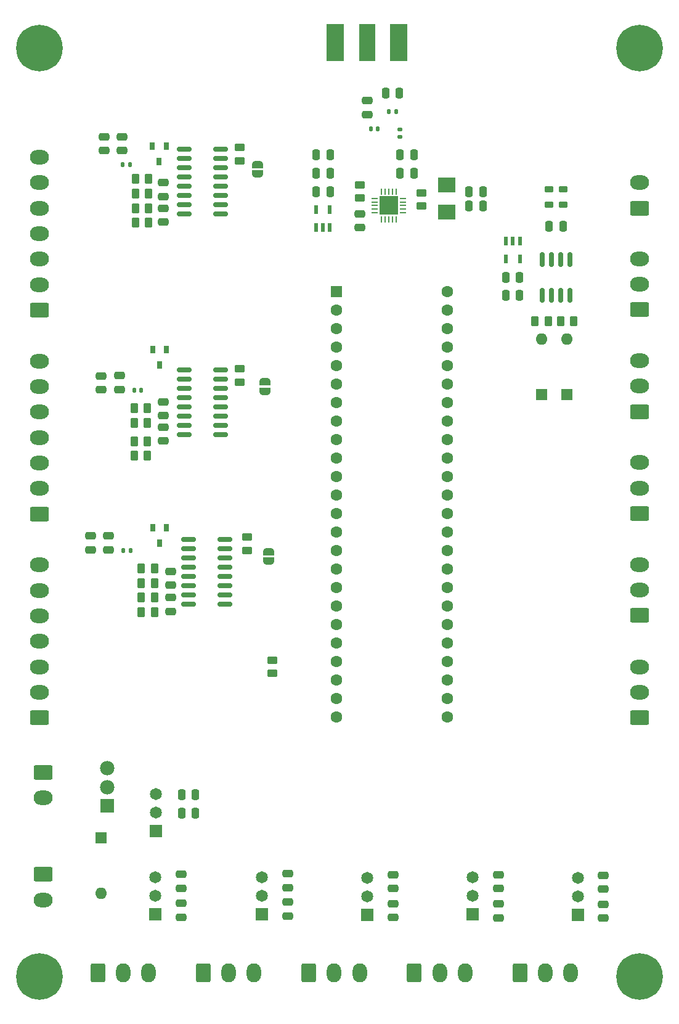
<source format=gbr>
%TF.GenerationSoftware,KiCad,Pcbnew,7.0.9*%
%TF.CreationDate,2024-08-13T23:39:12-05:00*%
%TF.ProjectId,TestStand,54657374-5374-4616-9e64-2e6b69636164,rev?*%
%TF.SameCoordinates,Original*%
%TF.FileFunction,Soldermask,Top*%
%TF.FilePolarity,Negative*%
%FSLAX46Y46*%
G04 Gerber Fmt 4.6, Leading zero omitted, Abs format (unit mm)*
G04 Created by KiCad (PCBNEW 7.0.9) date 2024-08-13 23:39:12*
%MOMM*%
%LPD*%
G01*
G04 APERTURE LIST*
G04 Aperture macros list*
%AMRoundRect*
0 Rectangle with rounded corners*
0 $1 Rounding radius*
0 $2 $3 $4 $5 $6 $7 $8 $9 X,Y pos of 4 corners*
0 Add a 4 corners polygon primitive as box body*
4,1,4,$2,$3,$4,$5,$6,$7,$8,$9,$2,$3,0*
0 Add four circle primitives for the rounded corners*
1,1,$1+$1,$2,$3*
1,1,$1+$1,$4,$5*
1,1,$1+$1,$6,$7*
1,1,$1+$1,$8,$9*
0 Add four rect primitives between the rounded corners*
20,1,$1+$1,$2,$3,$4,$5,0*
20,1,$1+$1,$4,$5,$6,$7,0*
20,1,$1+$1,$6,$7,$8,$9,0*
20,1,$1+$1,$8,$9,$2,$3,0*%
%AMFreePoly0*
4,1,19,0.500000,-0.750000,0.000000,-0.750000,0.000000,-0.744911,-0.071157,-0.744911,-0.207708,-0.704816,-0.327430,-0.627875,-0.420627,-0.520320,-0.479746,-0.390866,-0.500000,-0.250000,-0.500000,0.250000,-0.479746,0.390866,-0.420627,0.520320,-0.327430,0.627875,-0.207708,0.704816,-0.071157,0.744911,0.000000,0.744911,0.000000,0.750000,0.500000,0.750000,0.500000,-0.750000,0.500000,-0.750000,
$1*%
%AMFreePoly1*
4,1,19,0.000000,0.744911,0.071157,0.744911,0.207708,0.704816,0.327430,0.627875,0.420627,0.520320,0.479746,0.390866,0.500000,0.250000,0.500000,-0.250000,0.479746,-0.390866,0.420627,-0.520320,0.327430,-0.627875,0.207708,-0.704816,0.071157,-0.744911,0.000000,-0.744911,0.000000,-0.750000,-0.500000,-0.750000,-0.500000,0.750000,0.000000,0.750000,0.000000,0.744911,0.000000,0.744911,
$1*%
G04 Aperture macros list end*
%ADD10RoundRect,0.147500X0.147500X0.172500X-0.147500X0.172500X-0.147500X-0.172500X0.147500X-0.172500X0*%
%ADD11RoundRect,0.147500X0.172500X-0.147500X0.172500X0.147500X-0.172500X0.147500X-0.172500X-0.147500X0*%
%ADD12RoundRect,0.147500X-0.147500X-0.172500X0.147500X-0.172500X0.147500X0.172500X-0.147500X0.172500X0*%
%ADD13R,2.400000X2.000000*%
%ADD14RoundRect,0.250000X0.475000X-0.250000X0.475000X0.250000X-0.475000X0.250000X-0.475000X-0.250000X0*%
%ADD15RoundRect,0.250000X0.250000X0.475000X-0.250000X0.475000X-0.250000X-0.475000X0.250000X-0.475000X0*%
%ADD16R,0.558800X1.270000*%
%ADD17R,1.600000X1.600000*%
%ADD18O,1.600000X1.600000*%
%ADD19RoundRect,0.250000X-0.750000X-1.050000X0.750000X-1.050000X0.750000X1.050000X-0.750000X1.050000X0*%
%ADD20O,2.000000X2.600000*%
%ADD21RoundRect,0.250000X1.050000X-0.750000X1.050000X0.750000X-1.050000X0.750000X-1.050000X-0.750000X0*%
%ADD22O,2.600000X2.000000*%
%ADD23RoundRect,0.250000X-1.050000X0.750000X-1.050000X-0.750000X1.050000X-0.750000X1.050000X0.750000X0*%
%ADD24FreePoly0,90.000000*%
%ADD25FreePoly1,90.000000*%
%ADD26RoundRect,0.250000X-0.250000X-0.475000X0.250000X-0.475000X0.250000X0.475000X-0.250000X0.475000X0*%
%ADD27R,1.980000X1.980000*%
%ADD28C,1.980000*%
%ADD29RoundRect,0.250000X-0.262500X-0.450000X0.262500X-0.450000X0.262500X0.450000X-0.262500X0.450000X0*%
%ADD30R,0.650000X1.100000*%
%ADD31RoundRect,0.150000X-0.850000X-0.150000X0.850000X-0.150000X0.850000X0.150000X-0.850000X0.150000X0*%
%ADD32RoundRect,0.250000X0.262500X0.450000X-0.262500X0.450000X-0.262500X-0.450000X0.262500X-0.450000X0*%
%ADD33R,1.651000X1.651000*%
%ADD34C,1.651000*%
%ADD35RoundRect,0.250000X-0.450000X0.262500X-0.450000X-0.262500X0.450000X-0.262500X0.450000X0.262500X0*%
%ADD36RoundRect,0.250000X-0.475000X0.250000X-0.475000X-0.250000X0.475000X-0.250000X0.475000X0.250000X0*%
%ADD37RoundRect,0.250000X0.450000X-0.262500X0.450000X0.262500X-0.450000X0.262500X-0.450000X-0.262500X0*%
%ADD38C,6.400000*%
%ADD39C,1.600000*%
%ADD40R,2.290000X5.080000*%
%ADD41R,2.420000X5.080000*%
%ADD42RoundRect,0.218750X-0.381250X0.218750X-0.381250X-0.218750X0.381250X-0.218750X0.381250X0.218750X0*%
%ADD43RoundRect,0.062500X0.062500X-0.350000X0.062500X0.350000X-0.062500X0.350000X-0.062500X-0.350000X0*%
%ADD44RoundRect,0.062500X0.350000X-0.062500X0.350000X0.062500X-0.350000X0.062500X-0.350000X-0.062500X0*%
%ADD45R,2.500000X2.500000*%
%ADD46RoundRect,0.150000X-0.150000X0.825000X-0.150000X-0.825000X0.150000X-0.825000X0.150000X0.825000X0*%
G04 APERTURE END LIST*
D10*
%TO.C,L6*%
X73985000Y-79147500D03*
X73015000Y-79147500D03*
%TD*%
%TO.C,L5*%
X76485000Y-76710000D03*
X75515000Y-76710000D03*
%TD*%
D11*
%TO.C,L4*%
X77000000Y-80195000D03*
X77000000Y-79225000D03*
%TD*%
D12*
%TO.C,L3*%
X39015000Y-137000000D03*
X39985000Y-137000000D03*
%TD*%
%TO.C,L2*%
X40515000Y-115000000D03*
X41485000Y-115000000D03*
%TD*%
%TO.C,L1*%
X38952500Y-84000000D03*
X39922500Y-84000000D03*
%TD*%
D13*
%TO.C,Y1*%
X83500000Y-90560000D03*
X83500000Y-86860000D03*
%TD*%
D14*
%TO.C,C36*%
X105000000Y-187512900D03*
X105000000Y-185612900D03*
%TD*%
D15*
%TO.C,C27*%
X48950000Y-173080000D03*
X47050000Y-173080000D03*
%TD*%
D16*
%TO.C,U5*%
X93500000Y-94500000D03*
X92547500Y-94500000D03*
X91595000Y-94500000D03*
X91595000Y-96938400D03*
X93500000Y-96938400D03*
%TD*%
D17*
%TO.C,D1*%
X96500000Y-115620000D03*
D18*
X96500000Y-108000000D03*
%TD*%
D19*
%TO.C,J5*%
X50000000Y-195000000D03*
D20*
X53500000Y-195000000D03*
X57000000Y-195000000D03*
%TD*%
D21*
%TO.C,J12*%
X110000000Y-117950000D03*
D22*
X110000000Y-114450000D03*
X110000000Y-110950000D03*
%TD*%
D19*
%TO.C,J7*%
X79000000Y-195000000D03*
D20*
X82500000Y-195000000D03*
X86000000Y-195000000D03*
%TD*%
D23*
%TO.C,J17*%
X28000000Y-181500000D03*
D22*
X28000000Y-185000000D03*
%TD*%
D24*
%TO.C,JP3*%
X59000000Y-138500000D03*
D25*
X59000000Y-137200000D03*
%TD*%
D21*
%TO.C,J13*%
X110000000Y-103950000D03*
D22*
X110000000Y-100450000D03*
X110000000Y-96950000D03*
%TD*%
D26*
%TO.C,C19*%
X77050000Y-82710000D03*
X78950000Y-82710000D03*
%TD*%
D27*
%TO.C,IC1*%
X36770000Y-172050000D03*
D28*
X36770000Y-169500000D03*
X36770000Y-166950000D03*
%TD*%
D14*
%TO.C,C12*%
X45500000Y-141800000D03*
X45500000Y-139900000D03*
%TD*%
D29*
%TO.C,R2*%
X40675000Y-92000000D03*
X42500000Y-92000000D03*
%TD*%
D17*
%TO.C,SW1*%
X36000000Y-176500000D03*
D18*
X36000000Y-184120000D03*
%TD*%
D21*
%TO.C,J11*%
X110000000Y-131950000D03*
D22*
X110000000Y-128450000D03*
X110000000Y-124950000D03*
%TD*%
D24*
%TO.C,JP1*%
X57500000Y-85300000D03*
D25*
X57500000Y-84000000D03*
%TD*%
D30*
%TO.C,Q1*%
X44920000Y-81500000D03*
X43000000Y-81500000D03*
X43960000Y-83600000D03*
%TD*%
D29*
%TO.C,R3*%
X40675000Y-90000000D03*
X42500000Y-90000000D03*
%TD*%
D21*
%TO.C,J2*%
X27500000Y-132000000D03*
D22*
X27500000Y-128500000D03*
X27500000Y-125000000D03*
X27500000Y-121500000D03*
X27500000Y-118000000D03*
X27500000Y-114500000D03*
X27500000Y-111000000D03*
%TD*%
D15*
%TO.C,C25*%
X67450000Y-87710000D03*
X65550000Y-87710000D03*
%TD*%
D31*
%TO.C,U1*%
X47387500Y-81915000D03*
X47387500Y-83185000D03*
X47387500Y-84455000D03*
X47387500Y-85725000D03*
X47387500Y-86995000D03*
X47387500Y-88265000D03*
X47387500Y-89535000D03*
X47387500Y-90805000D03*
X52387500Y-90805000D03*
X52387500Y-89535000D03*
X52387500Y-88265000D03*
X52387500Y-86995000D03*
X52387500Y-85725000D03*
X52387500Y-84455000D03*
X52387500Y-83185000D03*
X52387500Y-81915000D03*
%TD*%
D14*
%TO.C,C30*%
X61636400Y-187224200D03*
X61636400Y-185324200D03*
%TD*%
D32*
%TO.C,R17*%
X100912500Y-105500000D03*
X99087500Y-105500000D03*
%TD*%
D14*
%TO.C,C10*%
X37000000Y-136900000D03*
X37000000Y-135000000D03*
%TD*%
D32*
%TO.C,R16*%
X97412500Y-105500000D03*
X95587500Y-105500000D03*
%TD*%
D33*
%TO.C,CR6*%
X101500000Y-187080000D03*
D34*
X101500000Y-184540000D03*
X101500000Y-182000000D03*
%TD*%
D16*
%TO.C,U8*%
X65500000Y-92648400D03*
X66452500Y-92648400D03*
X67405000Y-92648400D03*
X67405000Y-90210000D03*
X65500000Y-90210000D03*
%TD*%
D14*
%TO.C,C37*%
X105000000Y-183512900D03*
X105000000Y-181612900D03*
%TD*%
D35*
%TO.C,R19*%
X80000000Y-87885000D03*
X80000000Y-89710000D03*
%TD*%
D29*
%TO.C,R8*%
X40500000Y-122000000D03*
X42325000Y-122000000D03*
%TD*%
D26*
%TO.C,C20*%
X77050000Y-85210000D03*
X78950000Y-85210000D03*
%TD*%
D36*
%TO.C,C7*%
X44500000Y-120050000D03*
X44500000Y-121950000D03*
%TD*%
D14*
%TO.C,C34*%
X90568200Y-187450000D03*
X90568200Y-185550000D03*
%TD*%
D37*
%TO.C,R20*%
X59500000Y-153912500D03*
X59500000Y-152087500D03*
%TD*%
%TO.C,R15*%
X56000000Y-137000000D03*
X56000000Y-135175000D03*
%TD*%
D38*
%TO.C,H2*%
X110000000Y-68000000D03*
%TD*%
D19*
%TO.C,J8*%
X93500000Y-195000000D03*
D20*
X97000000Y-195000000D03*
X100500000Y-195000000D03*
%TD*%
D17*
%TO.C,U4*%
X68300000Y-101460000D03*
D39*
X68300000Y-104000000D03*
X68300000Y-106540000D03*
X68300000Y-109080000D03*
X68300000Y-111620000D03*
X68300000Y-114160000D03*
X68300000Y-116700000D03*
X68300000Y-119240000D03*
X68300000Y-121780000D03*
X68300000Y-124320000D03*
X68300000Y-126860000D03*
X68300000Y-129400000D03*
X68300000Y-131940000D03*
X68300000Y-134480000D03*
X68300000Y-137020000D03*
X68300000Y-139560000D03*
X68300000Y-142100000D03*
X68300000Y-144640000D03*
X68300000Y-147180000D03*
X68300000Y-149720000D03*
X68300000Y-152260000D03*
X68300000Y-154800000D03*
X68300000Y-157340000D03*
X68300000Y-159880000D03*
X83540000Y-159880000D03*
X83540000Y-157340000D03*
X83540000Y-154800000D03*
X83540000Y-152260000D03*
X83540000Y-149720000D03*
X83540000Y-147180000D03*
X83540000Y-144640000D03*
X83540000Y-142100000D03*
X83540000Y-139560000D03*
X83540000Y-137020000D03*
X83540000Y-134480000D03*
X83540000Y-131940000D03*
X83540000Y-129400000D03*
X83540000Y-126860000D03*
X83540000Y-124320000D03*
X83540000Y-121780000D03*
X83540000Y-119240000D03*
X83540000Y-116700000D03*
X83540000Y-114160000D03*
X83540000Y-111620000D03*
X83540000Y-109080000D03*
X83540000Y-106540000D03*
X83540000Y-104000000D03*
X83540000Y-101460000D03*
%TD*%
D24*
%TO.C,JP2*%
X58500000Y-115150000D03*
D25*
X58500000Y-113850000D03*
%TD*%
D14*
%TO.C,C2*%
X44500000Y-88400000D03*
X44500000Y-86500000D03*
%TD*%
%TO.C,C32*%
X76068200Y-187437100D03*
X76068200Y-185537100D03*
%TD*%
%TO.C,C6*%
X38500000Y-114900000D03*
X38500000Y-113000000D03*
%TD*%
D31*
%TO.C,U3*%
X48000000Y-135500000D03*
X48000000Y-136770000D03*
X48000000Y-138040000D03*
X48000000Y-139310000D03*
X48000000Y-140580000D03*
X48000000Y-141850000D03*
X48000000Y-143120000D03*
X48000000Y-144390000D03*
X53000000Y-144390000D03*
X53000000Y-143120000D03*
X53000000Y-141850000D03*
X53000000Y-140580000D03*
X53000000Y-139310000D03*
X53000000Y-138040000D03*
X53000000Y-136770000D03*
X53000000Y-135500000D03*
%TD*%
D14*
%TO.C,C21*%
X72500000Y-77160000D03*
X72500000Y-75260000D03*
%TD*%
D29*
%TO.C,R14*%
X41500000Y-139500000D03*
X43325000Y-139500000D03*
%TD*%
D38*
%TO.C,H3*%
X110000000Y-195500000D03*
%TD*%
D14*
%TO.C,C35*%
X90568200Y-183450000D03*
X90568200Y-181550000D03*
%TD*%
D33*
%TO.C,CR1*%
X43500000Y-175580000D03*
D34*
X43500000Y-173040000D03*
X43500000Y-170500000D03*
%TD*%
D37*
%TO.C,R10*%
X55000000Y-113912500D03*
X55000000Y-112087500D03*
%TD*%
D29*
%TO.C,R11*%
X41500000Y-141500000D03*
X43325000Y-141500000D03*
%TD*%
D26*
%TO.C,C13*%
X97550000Y-92500000D03*
X99450000Y-92500000D03*
%TD*%
D33*
%TO.C,CR3*%
X58068200Y-186937100D03*
D34*
X58068200Y-184397100D03*
X58068200Y-181857100D03*
%TD*%
D29*
%TO.C,R12*%
X41500000Y-145500000D03*
X43325000Y-145500000D03*
%TD*%
D14*
%TO.C,C28*%
X47000000Y-187387100D03*
X47000000Y-185487100D03*
%TD*%
%TO.C,C4*%
X36375000Y-82100000D03*
X36375000Y-80200000D03*
%TD*%
D15*
%TO.C,C26*%
X48950000Y-170580000D03*
X47050000Y-170580000D03*
%TD*%
%TO.C,C22*%
X76950000Y-74210000D03*
X75050000Y-74210000D03*
%TD*%
D29*
%TO.C,R5*%
X40675000Y-86000000D03*
X42500000Y-86000000D03*
%TD*%
%TO.C,R6*%
X40500000Y-119500000D03*
X42325000Y-119500000D03*
%TD*%
D14*
%TO.C,C8*%
X44500000Y-118500000D03*
X44500000Y-116600000D03*
%TD*%
D33*
%TO.C,CR5*%
X87000000Y-187000000D03*
D34*
X87000000Y-184460000D03*
X87000000Y-181920000D03*
%TD*%
D19*
%TO.C,J4*%
X35500000Y-195000000D03*
D20*
X39000000Y-195000000D03*
X42500000Y-195000000D03*
%TD*%
D14*
%TO.C,C9*%
X34500000Y-136900000D03*
X34500000Y-135000000D03*
%TD*%
D40*
%TO.C,J15*%
X72500000Y-67280000D03*
D41*
X76880000Y-67280000D03*
X68120000Y-67280000D03*
%TD*%
D14*
%TO.C,C33*%
X76068200Y-183437100D03*
X76068200Y-181537100D03*
%TD*%
D15*
%TO.C,C15*%
X93450000Y-102000000D03*
X91550000Y-102000000D03*
%TD*%
D26*
%TO.C,C17*%
X86550000Y-87710000D03*
X88450000Y-87710000D03*
%TD*%
D37*
%TO.C,R1*%
X55000000Y-83500000D03*
X55000000Y-81675000D03*
%TD*%
D38*
%TO.C,H1*%
X27500000Y-68000000D03*
%TD*%
D33*
%TO.C,CR4*%
X72500000Y-187050000D03*
D34*
X72500000Y-184510000D03*
X72500000Y-181970000D03*
%TD*%
D15*
%TO.C,C24*%
X67450000Y-85210000D03*
X65550000Y-85210000D03*
%TD*%
D14*
%TO.C,C31*%
X61636400Y-183324200D03*
X61636400Y-181424200D03*
%TD*%
D21*
%TO.C,J9*%
X110000000Y-160000000D03*
D22*
X110000000Y-156500000D03*
X110000000Y-153000000D03*
%TD*%
D29*
%TO.C,R7*%
X40500000Y-124000000D03*
X42325000Y-124000000D03*
%TD*%
D21*
%TO.C,J10*%
X110000000Y-145950000D03*
D22*
X110000000Y-142450000D03*
X110000000Y-138950000D03*
%TD*%
D42*
%TO.C,FB2*%
X99500000Y-87437500D03*
X99500000Y-89562500D03*
%TD*%
D43*
%TO.C,U7*%
X74500000Y-91585000D03*
X75000000Y-91585000D03*
X75500000Y-91585000D03*
X76000000Y-91585000D03*
X76500000Y-91585000D03*
D44*
X77437500Y-90647500D03*
X77437500Y-90147500D03*
X77437500Y-89647500D03*
X77437500Y-89147500D03*
X77437500Y-88647500D03*
D43*
X76500000Y-87710000D03*
X76000000Y-87710000D03*
X75500000Y-87710000D03*
X75000000Y-87710000D03*
X74500000Y-87710000D03*
D44*
X73562500Y-88647500D03*
X73562500Y-89147500D03*
X73562500Y-89647500D03*
X73562500Y-90147500D03*
X73562500Y-90647500D03*
D45*
X75500000Y-89647500D03*
%TD*%
D26*
%TO.C,C18*%
X86550000Y-89710000D03*
X88450000Y-89710000D03*
%TD*%
D15*
%TO.C,C14*%
X93450000Y-99500000D03*
X91550000Y-99500000D03*
%TD*%
D14*
%TO.C,C3*%
X38875000Y-82100000D03*
X38875000Y-80200000D03*
%TD*%
%TO.C,C5*%
X36000000Y-114950000D03*
X36000000Y-113050000D03*
%TD*%
D36*
%TO.C,C1*%
X44500000Y-90000000D03*
X44500000Y-91900000D03*
%TD*%
D17*
%TO.C,D2*%
X100000000Y-115620000D03*
D18*
X100000000Y-108000000D03*
%TD*%
D33*
%TO.C,CR2*%
X43431800Y-187000000D03*
D34*
X43431800Y-184460000D03*
X43431800Y-181920000D03*
%TD*%
D46*
%TO.C,U6*%
X100405000Y-97025000D03*
X99135000Y-97025000D03*
X97865000Y-97025000D03*
X96595000Y-97025000D03*
X96595000Y-101975000D03*
X97865000Y-101975000D03*
X99135000Y-101975000D03*
X100405000Y-101975000D03*
%TD*%
D30*
%TO.C,Q2*%
X44960000Y-109400000D03*
X43040000Y-109400000D03*
X44000000Y-111500000D03*
%TD*%
D38*
%TO.C,H4*%
X27500000Y-195500000D03*
%TD*%
D37*
%TO.C,R18*%
X71500000Y-88622500D03*
X71500000Y-86797500D03*
%TD*%
D30*
%TO.C,Q3*%
X44960000Y-133900000D03*
X43040000Y-133900000D03*
X44000000Y-136000000D03*
%TD*%
D29*
%TO.C,R4*%
X40675000Y-88000000D03*
X42500000Y-88000000D03*
%TD*%
D21*
%TO.C,J1*%
X27500000Y-104000000D03*
D22*
X27500000Y-100500000D03*
X27500000Y-97000000D03*
X27500000Y-93500000D03*
X27500000Y-90000000D03*
X27500000Y-86500000D03*
X27500000Y-83000000D03*
%TD*%
D42*
%TO.C,FB1*%
X97500000Y-87437500D03*
X97500000Y-89562500D03*
%TD*%
D19*
%TO.C,J6*%
X64500000Y-195000000D03*
D20*
X68000000Y-195000000D03*
X71500000Y-195000000D03*
%TD*%
D29*
%TO.C,R13*%
X41500000Y-143500000D03*
X43325000Y-143500000D03*
%TD*%
D36*
%TO.C,C11*%
X45500000Y-143500000D03*
X45500000Y-145400000D03*
%TD*%
D15*
%TO.C,C23*%
X67450000Y-82710000D03*
X65550000Y-82710000D03*
%TD*%
D21*
%TO.C,J3*%
X27500000Y-160000000D03*
D22*
X27500000Y-156500000D03*
X27500000Y-153000000D03*
X27500000Y-149500000D03*
X27500000Y-146000000D03*
X27500000Y-142500000D03*
X27500000Y-139000000D03*
%TD*%
D23*
%TO.C,J16*%
X28000000Y-167500000D03*
D22*
X28000000Y-171000000D03*
%TD*%
D14*
%TO.C,C29*%
X47000000Y-183387100D03*
X47000000Y-181487100D03*
%TD*%
D21*
%TO.C,J14*%
X110000000Y-90000000D03*
D22*
X110000000Y-86500000D03*
%TD*%
D14*
%TO.C,C16*%
X71500000Y-92660000D03*
X71500000Y-90760000D03*
%TD*%
D31*
%TO.C,U2*%
X47387500Y-112230000D03*
X47387500Y-113500000D03*
X47387500Y-114770000D03*
X47387500Y-116040000D03*
X47387500Y-117310000D03*
X47387500Y-118580000D03*
X47387500Y-119850000D03*
X47387500Y-121120000D03*
X52387500Y-121120000D03*
X52387500Y-119850000D03*
X52387500Y-118580000D03*
X52387500Y-117310000D03*
X52387500Y-116040000D03*
X52387500Y-114770000D03*
X52387500Y-113500000D03*
X52387500Y-112230000D03*
%TD*%
D29*
%TO.C,R9*%
X40500000Y-117500000D03*
X42325000Y-117500000D03*
%TD*%
M02*

</source>
